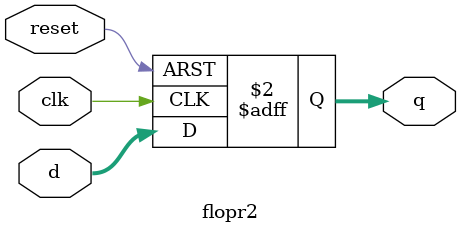
<source format=v>
module flopr (
	clk,
	reset,
	d,

	q
);
	parameter WIDTH = 8;
	input wire clk;
	input wire reset;
	input wire [WIDTH - 1:0] d;
	output reg [WIDTH - 1:0] q;
  always @(posedge clk or posedge reset)
		if (reset)
			q <= 0;
		else
			q <= d;
endmodule

module flopr2 (
	clk,
	reset,
	d,

	q
);
	//parameter WIDTH = 8;
	input wire clk;
	input wire reset;
	input wire [31:0] d;
	output reg [31:0] q;
  always @(posedge clk or posedge reset)
		if (reset)
			q <= 0;
		else
			q <= d;
endmodule
</source>
